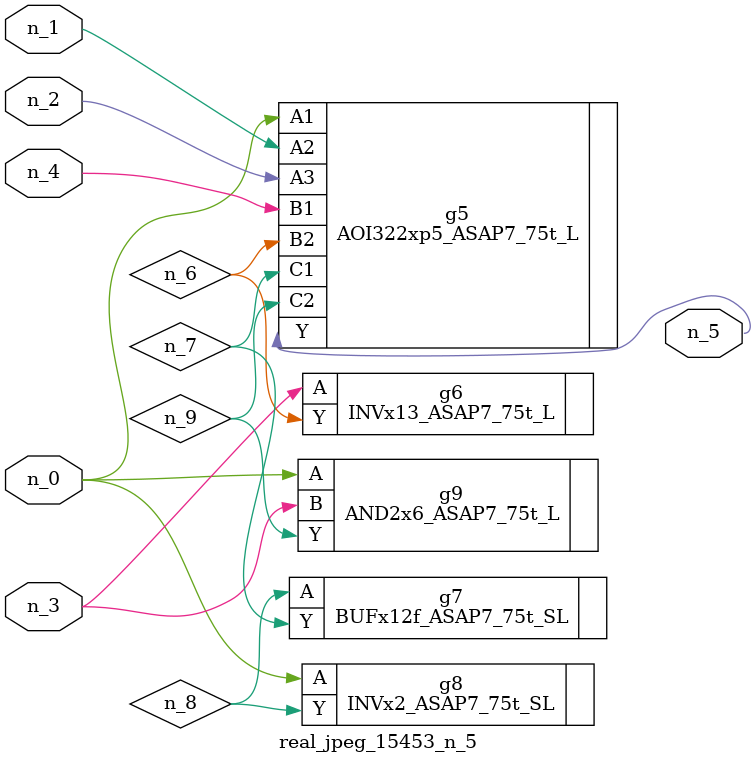
<source format=v>
module real_jpeg_15453_n_5 (n_4, n_0, n_1, n_2, n_3, n_5);

input n_4;
input n_0;
input n_1;
input n_2;
input n_3;

output n_5;

wire n_8;
wire n_6;
wire n_7;
wire n_9;

AOI322xp5_ASAP7_75t_L g5 ( 
.A1(n_0),
.A2(n_1),
.A3(n_2),
.B1(n_4),
.B2(n_6),
.C1(n_7),
.C2(n_9),
.Y(n_5)
);

INVx2_ASAP7_75t_SL g8 ( 
.A(n_0),
.Y(n_8)
);

AND2x6_ASAP7_75t_L g9 ( 
.A(n_0),
.B(n_3),
.Y(n_9)
);

INVx13_ASAP7_75t_L g6 ( 
.A(n_3),
.Y(n_6)
);

BUFx12f_ASAP7_75t_SL g7 ( 
.A(n_8),
.Y(n_7)
);


endmodule
</source>
